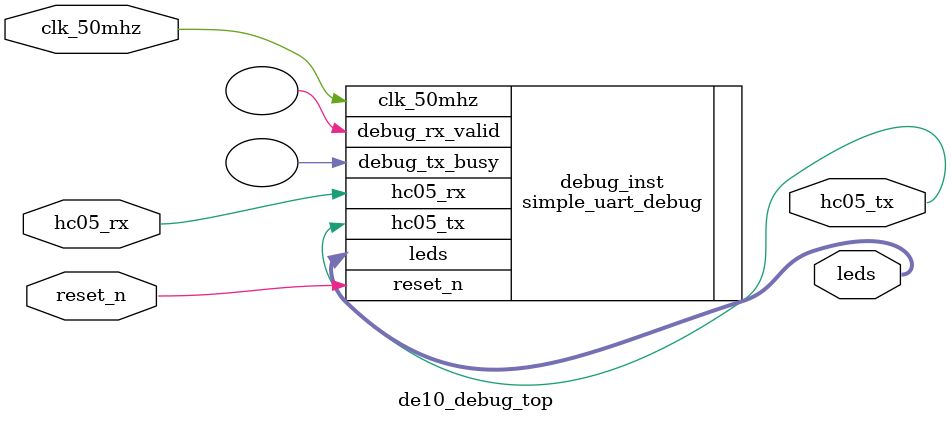
<source format=sv>
/**
 * Top level simplificado para debug inicial
 * Reemplaza temporalmente tu top level complejo
 */
module de10_debug_top (
    input logic clk_50mhz,          // PIN_AF14
    input logic reset_n,            // PIN_AJ4 (KEY[0])
    input logic hc05_rx,            // PIN_AH2
    output logic hc05_tx,           // PIN_AH3
    output logic [7:0] leds         // LEDR[7:0]
);

    simple_uart_debug debug_inst (
        .clk_50mhz(clk_50mhz),
        .reset_n(reset_n),
        .hc05_rx(hc05_rx),
        .hc05_tx(hc05_tx),
        .leds(leds),
        .debug_rx_valid(),
        .debug_tx_busy()
    );

endmodule
</source>
